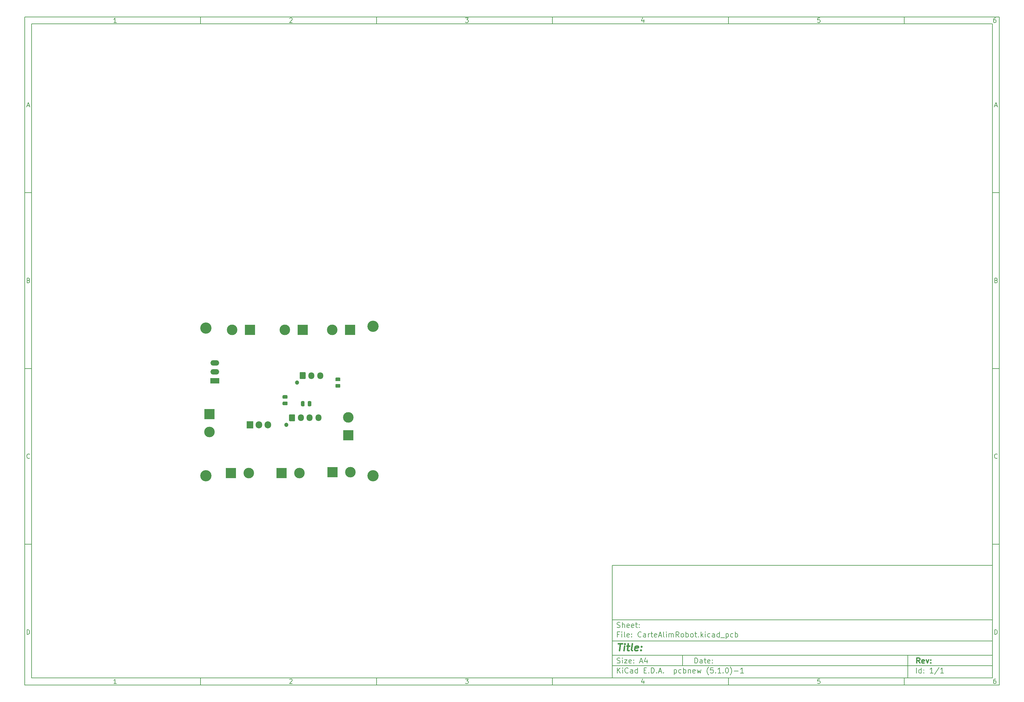
<source format=gts>
G04 #@! TF.GenerationSoftware,KiCad,Pcbnew,(5.1.0)-1*
G04 #@! TF.CreationDate,2021-10-29T22:54:01+02:00*
G04 #@! TF.ProjectId,CarteAlimRobot,43617274-6541-46c6-996d-526f626f742e,rev?*
G04 #@! TF.SameCoordinates,Original*
G04 #@! TF.FileFunction,Soldermask,Top*
G04 #@! TF.FilePolarity,Negative*
%FSLAX46Y46*%
G04 Gerber Fmt 4.6, Leading zero omitted, Abs format (unit mm)*
G04 Created by KiCad (PCBNEW (5.1.0)-1) date 2021-10-29 22:54:01*
%MOMM*%
%LPD*%
G04 APERTURE LIST*
%ADD10C,0.100000*%
%ADD11C,0.150000*%
%ADD12C,0.300000*%
%ADD13C,0.400000*%
%ADD14C,1.700000*%
%ADD15O,1.700000X1.950000*%
%ADD16C,1.200000*%
%ADD17C,3.200000*%
%ADD18R,2.500000X1.500000*%
%ADD19O,2.500000X1.500000*%
%ADD20R,3.000000X3.000000*%
%ADD21C,3.000000*%
%ADD22R,1.905000X2.000000*%
%ADD23O,1.905000X2.000000*%
%ADD24C,1.000000*%
%ADD25C,1.025000*%
G04 APERTURE END LIST*
D10*
D11*
X177002200Y-166007200D02*
X177002200Y-198007200D01*
X285002200Y-198007200D01*
X285002200Y-166007200D01*
X177002200Y-166007200D01*
D10*
D11*
X10000000Y-10000000D02*
X10000000Y-200007200D01*
X287002200Y-200007200D01*
X287002200Y-10000000D01*
X10000000Y-10000000D01*
D10*
D11*
X12000000Y-12000000D02*
X12000000Y-198007200D01*
X285002200Y-198007200D01*
X285002200Y-12000000D01*
X12000000Y-12000000D01*
D10*
D11*
X60000000Y-12000000D02*
X60000000Y-10000000D01*
D10*
D11*
X110000000Y-12000000D02*
X110000000Y-10000000D01*
D10*
D11*
X160000000Y-12000000D02*
X160000000Y-10000000D01*
D10*
D11*
X210000000Y-12000000D02*
X210000000Y-10000000D01*
D10*
D11*
X260000000Y-12000000D02*
X260000000Y-10000000D01*
D10*
D11*
X36065476Y-11588095D02*
X35322619Y-11588095D01*
X35694047Y-11588095D02*
X35694047Y-10288095D01*
X35570238Y-10473809D01*
X35446428Y-10597619D01*
X35322619Y-10659523D01*
D10*
D11*
X85322619Y-10411904D02*
X85384523Y-10350000D01*
X85508333Y-10288095D01*
X85817857Y-10288095D01*
X85941666Y-10350000D01*
X86003571Y-10411904D01*
X86065476Y-10535714D01*
X86065476Y-10659523D01*
X86003571Y-10845238D01*
X85260714Y-11588095D01*
X86065476Y-11588095D01*
D10*
D11*
X135260714Y-10288095D02*
X136065476Y-10288095D01*
X135632142Y-10783333D01*
X135817857Y-10783333D01*
X135941666Y-10845238D01*
X136003571Y-10907142D01*
X136065476Y-11030952D01*
X136065476Y-11340476D01*
X136003571Y-11464285D01*
X135941666Y-11526190D01*
X135817857Y-11588095D01*
X135446428Y-11588095D01*
X135322619Y-11526190D01*
X135260714Y-11464285D01*
D10*
D11*
X185941666Y-10721428D02*
X185941666Y-11588095D01*
X185632142Y-10226190D02*
X185322619Y-11154761D01*
X186127380Y-11154761D01*
D10*
D11*
X236003571Y-10288095D02*
X235384523Y-10288095D01*
X235322619Y-10907142D01*
X235384523Y-10845238D01*
X235508333Y-10783333D01*
X235817857Y-10783333D01*
X235941666Y-10845238D01*
X236003571Y-10907142D01*
X236065476Y-11030952D01*
X236065476Y-11340476D01*
X236003571Y-11464285D01*
X235941666Y-11526190D01*
X235817857Y-11588095D01*
X235508333Y-11588095D01*
X235384523Y-11526190D01*
X235322619Y-11464285D01*
D10*
D11*
X285941666Y-10288095D02*
X285694047Y-10288095D01*
X285570238Y-10350000D01*
X285508333Y-10411904D01*
X285384523Y-10597619D01*
X285322619Y-10845238D01*
X285322619Y-11340476D01*
X285384523Y-11464285D01*
X285446428Y-11526190D01*
X285570238Y-11588095D01*
X285817857Y-11588095D01*
X285941666Y-11526190D01*
X286003571Y-11464285D01*
X286065476Y-11340476D01*
X286065476Y-11030952D01*
X286003571Y-10907142D01*
X285941666Y-10845238D01*
X285817857Y-10783333D01*
X285570238Y-10783333D01*
X285446428Y-10845238D01*
X285384523Y-10907142D01*
X285322619Y-11030952D01*
D10*
D11*
X60000000Y-198007200D02*
X60000000Y-200007200D01*
D10*
D11*
X110000000Y-198007200D02*
X110000000Y-200007200D01*
D10*
D11*
X160000000Y-198007200D02*
X160000000Y-200007200D01*
D10*
D11*
X210000000Y-198007200D02*
X210000000Y-200007200D01*
D10*
D11*
X260000000Y-198007200D02*
X260000000Y-200007200D01*
D10*
D11*
X36065476Y-199595295D02*
X35322619Y-199595295D01*
X35694047Y-199595295D02*
X35694047Y-198295295D01*
X35570238Y-198481009D01*
X35446428Y-198604819D01*
X35322619Y-198666723D01*
D10*
D11*
X85322619Y-198419104D02*
X85384523Y-198357200D01*
X85508333Y-198295295D01*
X85817857Y-198295295D01*
X85941666Y-198357200D01*
X86003571Y-198419104D01*
X86065476Y-198542914D01*
X86065476Y-198666723D01*
X86003571Y-198852438D01*
X85260714Y-199595295D01*
X86065476Y-199595295D01*
D10*
D11*
X135260714Y-198295295D02*
X136065476Y-198295295D01*
X135632142Y-198790533D01*
X135817857Y-198790533D01*
X135941666Y-198852438D01*
X136003571Y-198914342D01*
X136065476Y-199038152D01*
X136065476Y-199347676D01*
X136003571Y-199471485D01*
X135941666Y-199533390D01*
X135817857Y-199595295D01*
X135446428Y-199595295D01*
X135322619Y-199533390D01*
X135260714Y-199471485D01*
D10*
D11*
X185941666Y-198728628D02*
X185941666Y-199595295D01*
X185632142Y-198233390D02*
X185322619Y-199161961D01*
X186127380Y-199161961D01*
D10*
D11*
X236003571Y-198295295D02*
X235384523Y-198295295D01*
X235322619Y-198914342D01*
X235384523Y-198852438D01*
X235508333Y-198790533D01*
X235817857Y-198790533D01*
X235941666Y-198852438D01*
X236003571Y-198914342D01*
X236065476Y-199038152D01*
X236065476Y-199347676D01*
X236003571Y-199471485D01*
X235941666Y-199533390D01*
X235817857Y-199595295D01*
X235508333Y-199595295D01*
X235384523Y-199533390D01*
X235322619Y-199471485D01*
D10*
D11*
X285941666Y-198295295D02*
X285694047Y-198295295D01*
X285570238Y-198357200D01*
X285508333Y-198419104D01*
X285384523Y-198604819D01*
X285322619Y-198852438D01*
X285322619Y-199347676D01*
X285384523Y-199471485D01*
X285446428Y-199533390D01*
X285570238Y-199595295D01*
X285817857Y-199595295D01*
X285941666Y-199533390D01*
X286003571Y-199471485D01*
X286065476Y-199347676D01*
X286065476Y-199038152D01*
X286003571Y-198914342D01*
X285941666Y-198852438D01*
X285817857Y-198790533D01*
X285570238Y-198790533D01*
X285446428Y-198852438D01*
X285384523Y-198914342D01*
X285322619Y-199038152D01*
D10*
D11*
X10000000Y-60000000D02*
X12000000Y-60000000D01*
D10*
D11*
X10000000Y-110000000D02*
X12000000Y-110000000D01*
D10*
D11*
X10000000Y-160000000D02*
X12000000Y-160000000D01*
D10*
D11*
X10690476Y-35216666D02*
X11309523Y-35216666D01*
X10566666Y-35588095D02*
X11000000Y-34288095D01*
X11433333Y-35588095D01*
D10*
D11*
X11092857Y-84907142D02*
X11278571Y-84969047D01*
X11340476Y-85030952D01*
X11402380Y-85154761D01*
X11402380Y-85340476D01*
X11340476Y-85464285D01*
X11278571Y-85526190D01*
X11154761Y-85588095D01*
X10659523Y-85588095D01*
X10659523Y-84288095D01*
X11092857Y-84288095D01*
X11216666Y-84350000D01*
X11278571Y-84411904D01*
X11340476Y-84535714D01*
X11340476Y-84659523D01*
X11278571Y-84783333D01*
X11216666Y-84845238D01*
X11092857Y-84907142D01*
X10659523Y-84907142D01*
D10*
D11*
X11402380Y-135464285D02*
X11340476Y-135526190D01*
X11154761Y-135588095D01*
X11030952Y-135588095D01*
X10845238Y-135526190D01*
X10721428Y-135402380D01*
X10659523Y-135278571D01*
X10597619Y-135030952D01*
X10597619Y-134845238D01*
X10659523Y-134597619D01*
X10721428Y-134473809D01*
X10845238Y-134350000D01*
X11030952Y-134288095D01*
X11154761Y-134288095D01*
X11340476Y-134350000D01*
X11402380Y-134411904D01*
D10*
D11*
X10659523Y-185588095D02*
X10659523Y-184288095D01*
X10969047Y-184288095D01*
X11154761Y-184350000D01*
X11278571Y-184473809D01*
X11340476Y-184597619D01*
X11402380Y-184845238D01*
X11402380Y-185030952D01*
X11340476Y-185278571D01*
X11278571Y-185402380D01*
X11154761Y-185526190D01*
X10969047Y-185588095D01*
X10659523Y-185588095D01*
D10*
D11*
X287002200Y-60000000D02*
X285002200Y-60000000D01*
D10*
D11*
X287002200Y-110000000D02*
X285002200Y-110000000D01*
D10*
D11*
X287002200Y-160000000D02*
X285002200Y-160000000D01*
D10*
D11*
X285692676Y-35216666D02*
X286311723Y-35216666D01*
X285568866Y-35588095D02*
X286002200Y-34288095D01*
X286435533Y-35588095D01*
D10*
D11*
X286095057Y-84907142D02*
X286280771Y-84969047D01*
X286342676Y-85030952D01*
X286404580Y-85154761D01*
X286404580Y-85340476D01*
X286342676Y-85464285D01*
X286280771Y-85526190D01*
X286156961Y-85588095D01*
X285661723Y-85588095D01*
X285661723Y-84288095D01*
X286095057Y-84288095D01*
X286218866Y-84350000D01*
X286280771Y-84411904D01*
X286342676Y-84535714D01*
X286342676Y-84659523D01*
X286280771Y-84783333D01*
X286218866Y-84845238D01*
X286095057Y-84907142D01*
X285661723Y-84907142D01*
D10*
D11*
X286404580Y-135464285D02*
X286342676Y-135526190D01*
X286156961Y-135588095D01*
X286033152Y-135588095D01*
X285847438Y-135526190D01*
X285723628Y-135402380D01*
X285661723Y-135278571D01*
X285599819Y-135030952D01*
X285599819Y-134845238D01*
X285661723Y-134597619D01*
X285723628Y-134473809D01*
X285847438Y-134350000D01*
X286033152Y-134288095D01*
X286156961Y-134288095D01*
X286342676Y-134350000D01*
X286404580Y-134411904D01*
D10*
D11*
X285661723Y-185588095D02*
X285661723Y-184288095D01*
X285971247Y-184288095D01*
X286156961Y-184350000D01*
X286280771Y-184473809D01*
X286342676Y-184597619D01*
X286404580Y-184845238D01*
X286404580Y-185030952D01*
X286342676Y-185278571D01*
X286280771Y-185402380D01*
X286156961Y-185526190D01*
X285971247Y-185588095D01*
X285661723Y-185588095D01*
D10*
D11*
X200434342Y-193785771D02*
X200434342Y-192285771D01*
X200791485Y-192285771D01*
X201005771Y-192357200D01*
X201148628Y-192500057D01*
X201220057Y-192642914D01*
X201291485Y-192928628D01*
X201291485Y-193142914D01*
X201220057Y-193428628D01*
X201148628Y-193571485D01*
X201005771Y-193714342D01*
X200791485Y-193785771D01*
X200434342Y-193785771D01*
X202577200Y-193785771D02*
X202577200Y-193000057D01*
X202505771Y-192857200D01*
X202362914Y-192785771D01*
X202077200Y-192785771D01*
X201934342Y-192857200D01*
X202577200Y-193714342D02*
X202434342Y-193785771D01*
X202077200Y-193785771D01*
X201934342Y-193714342D01*
X201862914Y-193571485D01*
X201862914Y-193428628D01*
X201934342Y-193285771D01*
X202077200Y-193214342D01*
X202434342Y-193214342D01*
X202577200Y-193142914D01*
X203077200Y-192785771D02*
X203648628Y-192785771D01*
X203291485Y-192285771D02*
X203291485Y-193571485D01*
X203362914Y-193714342D01*
X203505771Y-193785771D01*
X203648628Y-193785771D01*
X204720057Y-193714342D02*
X204577200Y-193785771D01*
X204291485Y-193785771D01*
X204148628Y-193714342D01*
X204077200Y-193571485D01*
X204077200Y-193000057D01*
X204148628Y-192857200D01*
X204291485Y-192785771D01*
X204577200Y-192785771D01*
X204720057Y-192857200D01*
X204791485Y-193000057D01*
X204791485Y-193142914D01*
X204077200Y-193285771D01*
X205434342Y-193642914D02*
X205505771Y-193714342D01*
X205434342Y-193785771D01*
X205362914Y-193714342D01*
X205434342Y-193642914D01*
X205434342Y-193785771D01*
X205434342Y-192857200D02*
X205505771Y-192928628D01*
X205434342Y-193000057D01*
X205362914Y-192928628D01*
X205434342Y-192857200D01*
X205434342Y-193000057D01*
D10*
D11*
X177002200Y-194507200D02*
X285002200Y-194507200D01*
D10*
D11*
X178434342Y-196585771D02*
X178434342Y-195085771D01*
X179291485Y-196585771D02*
X178648628Y-195728628D01*
X179291485Y-195085771D02*
X178434342Y-195942914D01*
X179934342Y-196585771D02*
X179934342Y-195585771D01*
X179934342Y-195085771D02*
X179862914Y-195157200D01*
X179934342Y-195228628D01*
X180005771Y-195157200D01*
X179934342Y-195085771D01*
X179934342Y-195228628D01*
X181505771Y-196442914D02*
X181434342Y-196514342D01*
X181220057Y-196585771D01*
X181077200Y-196585771D01*
X180862914Y-196514342D01*
X180720057Y-196371485D01*
X180648628Y-196228628D01*
X180577200Y-195942914D01*
X180577200Y-195728628D01*
X180648628Y-195442914D01*
X180720057Y-195300057D01*
X180862914Y-195157200D01*
X181077200Y-195085771D01*
X181220057Y-195085771D01*
X181434342Y-195157200D01*
X181505771Y-195228628D01*
X182791485Y-196585771D02*
X182791485Y-195800057D01*
X182720057Y-195657200D01*
X182577200Y-195585771D01*
X182291485Y-195585771D01*
X182148628Y-195657200D01*
X182791485Y-196514342D02*
X182648628Y-196585771D01*
X182291485Y-196585771D01*
X182148628Y-196514342D01*
X182077200Y-196371485D01*
X182077200Y-196228628D01*
X182148628Y-196085771D01*
X182291485Y-196014342D01*
X182648628Y-196014342D01*
X182791485Y-195942914D01*
X184148628Y-196585771D02*
X184148628Y-195085771D01*
X184148628Y-196514342D02*
X184005771Y-196585771D01*
X183720057Y-196585771D01*
X183577200Y-196514342D01*
X183505771Y-196442914D01*
X183434342Y-196300057D01*
X183434342Y-195871485D01*
X183505771Y-195728628D01*
X183577200Y-195657200D01*
X183720057Y-195585771D01*
X184005771Y-195585771D01*
X184148628Y-195657200D01*
X186005771Y-195800057D02*
X186505771Y-195800057D01*
X186720057Y-196585771D02*
X186005771Y-196585771D01*
X186005771Y-195085771D01*
X186720057Y-195085771D01*
X187362914Y-196442914D02*
X187434342Y-196514342D01*
X187362914Y-196585771D01*
X187291485Y-196514342D01*
X187362914Y-196442914D01*
X187362914Y-196585771D01*
X188077200Y-196585771D02*
X188077200Y-195085771D01*
X188434342Y-195085771D01*
X188648628Y-195157200D01*
X188791485Y-195300057D01*
X188862914Y-195442914D01*
X188934342Y-195728628D01*
X188934342Y-195942914D01*
X188862914Y-196228628D01*
X188791485Y-196371485D01*
X188648628Y-196514342D01*
X188434342Y-196585771D01*
X188077200Y-196585771D01*
X189577200Y-196442914D02*
X189648628Y-196514342D01*
X189577200Y-196585771D01*
X189505771Y-196514342D01*
X189577200Y-196442914D01*
X189577200Y-196585771D01*
X190220057Y-196157200D02*
X190934342Y-196157200D01*
X190077200Y-196585771D02*
X190577200Y-195085771D01*
X191077200Y-196585771D01*
X191577200Y-196442914D02*
X191648628Y-196514342D01*
X191577200Y-196585771D01*
X191505771Y-196514342D01*
X191577200Y-196442914D01*
X191577200Y-196585771D01*
X194577200Y-195585771D02*
X194577200Y-197085771D01*
X194577200Y-195657200D02*
X194720057Y-195585771D01*
X195005771Y-195585771D01*
X195148628Y-195657200D01*
X195220057Y-195728628D01*
X195291485Y-195871485D01*
X195291485Y-196300057D01*
X195220057Y-196442914D01*
X195148628Y-196514342D01*
X195005771Y-196585771D01*
X194720057Y-196585771D01*
X194577200Y-196514342D01*
X196577200Y-196514342D02*
X196434342Y-196585771D01*
X196148628Y-196585771D01*
X196005771Y-196514342D01*
X195934342Y-196442914D01*
X195862914Y-196300057D01*
X195862914Y-195871485D01*
X195934342Y-195728628D01*
X196005771Y-195657200D01*
X196148628Y-195585771D01*
X196434342Y-195585771D01*
X196577200Y-195657200D01*
X197220057Y-196585771D02*
X197220057Y-195085771D01*
X197220057Y-195657200D02*
X197362914Y-195585771D01*
X197648628Y-195585771D01*
X197791485Y-195657200D01*
X197862914Y-195728628D01*
X197934342Y-195871485D01*
X197934342Y-196300057D01*
X197862914Y-196442914D01*
X197791485Y-196514342D01*
X197648628Y-196585771D01*
X197362914Y-196585771D01*
X197220057Y-196514342D01*
X198577200Y-195585771D02*
X198577200Y-196585771D01*
X198577200Y-195728628D02*
X198648628Y-195657200D01*
X198791485Y-195585771D01*
X199005771Y-195585771D01*
X199148628Y-195657200D01*
X199220057Y-195800057D01*
X199220057Y-196585771D01*
X200505771Y-196514342D02*
X200362914Y-196585771D01*
X200077200Y-196585771D01*
X199934342Y-196514342D01*
X199862914Y-196371485D01*
X199862914Y-195800057D01*
X199934342Y-195657200D01*
X200077200Y-195585771D01*
X200362914Y-195585771D01*
X200505771Y-195657200D01*
X200577200Y-195800057D01*
X200577200Y-195942914D01*
X199862914Y-196085771D01*
X201077200Y-195585771D02*
X201362914Y-196585771D01*
X201648628Y-195871485D01*
X201934342Y-196585771D01*
X202220057Y-195585771D01*
X204362914Y-197157200D02*
X204291485Y-197085771D01*
X204148628Y-196871485D01*
X204077200Y-196728628D01*
X204005771Y-196514342D01*
X203934342Y-196157200D01*
X203934342Y-195871485D01*
X204005771Y-195514342D01*
X204077200Y-195300057D01*
X204148628Y-195157200D01*
X204291485Y-194942914D01*
X204362914Y-194871485D01*
X205648628Y-195085771D02*
X204934342Y-195085771D01*
X204862914Y-195800057D01*
X204934342Y-195728628D01*
X205077200Y-195657200D01*
X205434342Y-195657200D01*
X205577200Y-195728628D01*
X205648628Y-195800057D01*
X205720057Y-195942914D01*
X205720057Y-196300057D01*
X205648628Y-196442914D01*
X205577200Y-196514342D01*
X205434342Y-196585771D01*
X205077200Y-196585771D01*
X204934342Y-196514342D01*
X204862914Y-196442914D01*
X206362914Y-196442914D02*
X206434342Y-196514342D01*
X206362914Y-196585771D01*
X206291485Y-196514342D01*
X206362914Y-196442914D01*
X206362914Y-196585771D01*
X207862914Y-196585771D02*
X207005771Y-196585771D01*
X207434342Y-196585771D02*
X207434342Y-195085771D01*
X207291485Y-195300057D01*
X207148628Y-195442914D01*
X207005771Y-195514342D01*
X208505771Y-196442914D02*
X208577200Y-196514342D01*
X208505771Y-196585771D01*
X208434342Y-196514342D01*
X208505771Y-196442914D01*
X208505771Y-196585771D01*
X209505771Y-195085771D02*
X209648628Y-195085771D01*
X209791485Y-195157200D01*
X209862914Y-195228628D01*
X209934342Y-195371485D01*
X210005771Y-195657200D01*
X210005771Y-196014342D01*
X209934342Y-196300057D01*
X209862914Y-196442914D01*
X209791485Y-196514342D01*
X209648628Y-196585771D01*
X209505771Y-196585771D01*
X209362914Y-196514342D01*
X209291485Y-196442914D01*
X209220057Y-196300057D01*
X209148628Y-196014342D01*
X209148628Y-195657200D01*
X209220057Y-195371485D01*
X209291485Y-195228628D01*
X209362914Y-195157200D01*
X209505771Y-195085771D01*
X210505771Y-197157200D02*
X210577200Y-197085771D01*
X210720057Y-196871485D01*
X210791485Y-196728628D01*
X210862914Y-196514342D01*
X210934342Y-196157200D01*
X210934342Y-195871485D01*
X210862914Y-195514342D01*
X210791485Y-195300057D01*
X210720057Y-195157200D01*
X210577200Y-194942914D01*
X210505771Y-194871485D01*
X211648628Y-196014342D02*
X212791485Y-196014342D01*
X214291485Y-196585771D02*
X213434342Y-196585771D01*
X213862914Y-196585771D02*
X213862914Y-195085771D01*
X213720057Y-195300057D01*
X213577200Y-195442914D01*
X213434342Y-195514342D01*
D10*
D11*
X177002200Y-191507200D02*
X285002200Y-191507200D01*
D10*
D12*
X264411485Y-193785771D02*
X263911485Y-193071485D01*
X263554342Y-193785771D02*
X263554342Y-192285771D01*
X264125771Y-192285771D01*
X264268628Y-192357200D01*
X264340057Y-192428628D01*
X264411485Y-192571485D01*
X264411485Y-192785771D01*
X264340057Y-192928628D01*
X264268628Y-193000057D01*
X264125771Y-193071485D01*
X263554342Y-193071485D01*
X265625771Y-193714342D02*
X265482914Y-193785771D01*
X265197200Y-193785771D01*
X265054342Y-193714342D01*
X264982914Y-193571485D01*
X264982914Y-193000057D01*
X265054342Y-192857200D01*
X265197200Y-192785771D01*
X265482914Y-192785771D01*
X265625771Y-192857200D01*
X265697200Y-193000057D01*
X265697200Y-193142914D01*
X264982914Y-193285771D01*
X266197200Y-192785771D02*
X266554342Y-193785771D01*
X266911485Y-192785771D01*
X267482914Y-193642914D02*
X267554342Y-193714342D01*
X267482914Y-193785771D01*
X267411485Y-193714342D01*
X267482914Y-193642914D01*
X267482914Y-193785771D01*
X267482914Y-192857200D02*
X267554342Y-192928628D01*
X267482914Y-193000057D01*
X267411485Y-192928628D01*
X267482914Y-192857200D01*
X267482914Y-193000057D01*
D10*
D11*
X178362914Y-193714342D02*
X178577200Y-193785771D01*
X178934342Y-193785771D01*
X179077200Y-193714342D01*
X179148628Y-193642914D01*
X179220057Y-193500057D01*
X179220057Y-193357200D01*
X179148628Y-193214342D01*
X179077200Y-193142914D01*
X178934342Y-193071485D01*
X178648628Y-193000057D01*
X178505771Y-192928628D01*
X178434342Y-192857200D01*
X178362914Y-192714342D01*
X178362914Y-192571485D01*
X178434342Y-192428628D01*
X178505771Y-192357200D01*
X178648628Y-192285771D01*
X179005771Y-192285771D01*
X179220057Y-192357200D01*
X179862914Y-193785771D02*
X179862914Y-192785771D01*
X179862914Y-192285771D02*
X179791485Y-192357200D01*
X179862914Y-192428628D01*
X179934342Y-192357200D01*
X179862914Y-192285771D01*
X179862914Y-192428628D01*
X180434342Y-192785771D02*
X181220057Y-192785771D01*
X180434342Y-193785771D01*
X181220057Y-193785771D01*
X182362914Y-193714342D02*
X182220057Y-193785771D01*
X181934342Y-193785771D01*
X181791485Y-193714342D01*
X181720057Y-193571485D01*
X181720057Y-193000057D01*
X181791485Y-192857200D01*
X181934342Y-192785771D01*
X182220057Y-192785771D01*
X182362914Y-192857200D01*
X182434342Y-193000057D01*
X182434342Y-193142914D01*
X181720057Y-193285771D01*
X183077200Y-193642914D02*
X183148628Y-193714342D01*
X183077200Y-193785771D01*
X183005771Y-193714342D01*
X183077200Y-193642914D01*
X183077200Y-193785771D01*
X183077200Y-192857200D02*
X183148628Y-192928628D01*
X183077200Y-193000057D01*
X183005771Y-192928628D01*
X183077200Y-192857200D01*
X183077200Y-193000057D01*
X184862914Y-193357200D02*
X185577200Y-193357200D01*
X184720057Y-193785771D02*
X185220057Y-192285771D01*
X185720057Y-193785771D01*
X186862914Y-192785771D02*
X186862914Y-193785771D01*
X186505771Y-192214342D02*
X186148628Y-193285771D01*
X187077200Y-193285771D01*
D10*
D11*
X263434342Y-196585771D02*
X263434342Y-195085771D01*
X264791485Y-196585771D02*
X264791485Y-195085771D01*
X264791485Y-196514342D02*
X264648628Y-196585771D01*
X264362914Y-196585771D01*
X264220057Y-196514342D01*
X264148628Y-196442914D01*
X264077200Y-196300057D01*
X264077200Y-195871485D01*
X264148628Y-195728628D01*
X264220057Y-195657200D01*
X264362914Y-195585771D01*
X264648628Y-195585771D01*
X264791485Y-195657200D01*
X265505771Y-196442914D02*
X265577200Y-196514342D01*
X265505771Y-196585771D01*
X265434342Y-196514342D01*
X265505771Y-196442914D01*
X265505771Y-196585771D01*
X265505771Y-195657200D02*
X265577200Y-195728628D01*
X265505771Y-195800057D01*
X265434342Y-195728628D01*
X265505771Y-195657200D01*
X265505771Y-195800057D01*
X268148628Y-196585771D02*
X267291485Y-196585771D01*
X267720057Y-196585771D02*
X267720057Y-195085771D01*
X267577200Y-195300057D01*
X267434342Y-195442914D01*
X267291485Y-195514342D01*
X269862914Y-195014342D02*
X268577200Y-196942914D01*
X271148628Y-196585771D02*
X270291485Y-196585771D01*
X270720057Y-196585771D02*
X270720057Y-195085771D01*
X270577200Y-195300057D01*
X270434342Y-195442914D01*
X270291485Y-195514342D01*
D10*
D11*
X177002200Y-187507200D02*
X285002200Y-187507200D01*
D10*
D13*
X178714580Y-188211961D02*
X179857438Y-188211961D01*
X179036009Y-190211961D02*
X179286009Y-188211961D01*
X180274104Y-190211961D02*
X180440771Y-188878628D01*
X180524104Y-188211961D02*
X180416961Y-188307200D01*
X180500295Y-188402438D01*
X180607438Y-188307200D01*
X180524104Y-188211961D01*
X180500295Y-188402438D01*
X181107438Y-188878628D02*
X181869342Y-188878628D01*
X181476485Y-188211961D02*
X181262200Y-189926247D01*
X181333628Y-190116723D01*
X181512200Y-190211961D01*
X181702676Y-190211961D01*
X182655057Y-190211961D02*
X182476485Y-190116723D01*
X182405057Y-189926247D01*
X182619342Y-188211961D01*
X184190771Y-190116723D02*
X183988390Y-190211961D01*
X183607438Y-190211961D01*
X183428866Y-190116723D01*
X183357438Y-189926247D01*
X183452676Y-189164342D01*
X183571723Y-188973866D01*
X183774104Y-188878628D01*
X184155057Y-188878628D01*
X184333628Y-188973866D01*
X184405057Y-189164342D01*
X184381247Y-189354819D01*
X183405057Y-189545295D01*
X185155057Y-190021485D02*
X185238390Y-190116723D01*
X185131247Y-190211961D01*
X185047914Y-190116723D01*
X185155057Y-190021485D01*
X185131247Y-190211961D01*
X185286009Y-188973866D02*
X185369342Y-189069104D01*
X185262200Y-189164342D01*
X185178866Y-189069104D01*
X185286009Y-188973866D01*
X185262200Y-189164342D01*
D10*
D11*
X178934342Y-185600057D02*
X178434342Y-185600057D01*
X178434342Y-186385771D02*
X178434342Y-184885771D01*
X179148628Y-184885771D01*
X179720057Y-186385771D02*
X179720057Y-185385771D01*
X179720057Y-184885771D02*
X179648628Y-184957200D01*
X179720057Y-185028628D01*
X179791485Y-184957200D01*
X179720057Y-184885771D01*
X179720057Y-185028628D01*
X180648628Y-186385771D02*
X180505771Y-186314342D01*
X180434342Y-186171485D01*
X180434342Y-184885771D01*
X181791485Y-186314342D02*
X181648628Y-186385771D01*
X181362914Y-186385771D01*
X181220057Y-186314342D01*
X181148628Y-186171485D01*
X181148628Y-185600057D01*
X181220057Y-185457200D01*
X181362914Y-185385771D01*
X181648628Y-185385771D01*
X181791485Y-185457200D01*
X181862914Y-185600057D01*
X181862914Y-185742914D01*
X181148628Y-185885771D01*
X182505771Y-186242914D02*
X182577200Y-186314342D01*
X182505771Y-186385771D01*
X182434342Y-186314342D01*
X182505771Y-186242914D01*
X182505771Y-186385771D01*
X182505771Y-185457200D02*
X182577200Y-185528628D01*
X182505771Y-185600057D01*
X182434342Y-185528628D01*
X182505771Y-185457200D01*
X182505771Y-185600057D01*
X185220057Y-186242914D02*
X185148628Y-186314342D01*
X184934342Y-186385771D01*
X184791485Y-186385771D01*
X184577200Y-186314342D01*
X184434342Y-186171485D01*
X184362914Y-186028628D01*
X184291485Y-185742914D01*
X184291485Y-185528628D01*
X184362914Y-185242914D01*
X184434342Y-185100057D01*
X184577200Y-184957200D01*
X184791485Y-184885771D01*
X184934342Y-184885771D01*
X185148628Y-184957200D01*
X185220057Y-185028628D01*
X186505771Y-186385771D02*
X186505771Y-185600057D01*
X186434342Y-185457200D01*
X186291485Y-185385771D01*
X186005771Y-185385771D01*
X185862914Y-185457200D01*
X186505771Y-186314342D02*
X186362914Y-186385771D01*
X186005771Y-186385771D01*
X185862914Y-186314342D01*
X185791485Y-186171485D01*
X185791485Y-186028628D01*
X185862914Y-185885771D01*
X186005771Y-185814342D01*
X186362914Y-185814342D01*
X186505771Y-185742914D01*
X187220057Y-186385771D02*
X187220057Y-185385771D01*
X187220057Y-185671485D02*
X187291485Y-185528628D01*
X187362914Y-185457200D01*
X187505771Y-185385771D01*
X187648628Y-185385771D01*
X187934342Y-185385771D02*
X188505771Y-185385771D01*
X188148628Y-184885771D02*
X188148628Y-186171485D01*
X188220057Y-186314342D01*
X188362914Y-186385771D01*
X188505771Y-186385771D01*
X189577200Y-186314342D02*
X189434342Y-186385771D01*
X189148628Y-186385771D01*
X189005771Y-186314342D01*
X188934342Y-186171485D01*
X188934342Y-185600057D01*
X189005771Y-185457200D01*
X189148628Y-185385771D01*
X189434342Y-185385771D01*
X189577200Y-185457200D01*
X189648628Y-185600057D01*
X189648628Y-185742914D01*
X188934342Y-185885771D01*
X190220057Y-185957200D02*
X190934342Y-185957200D01*
X190077200Y-186385771D02*
X190577200Y-184885771D01*
X191077200Y-186385771D01*
X191791485Y-186385771D02*
X191648628Y-186314342D01*
X191577200Y-186171485D01*
X191577200Y-184885771D01*
X192362914Y-186385771D02*
X192362914Y-185385771D01*
X192362914Y-184885771D02*
X192291485Y-184957200D01*
X192362914Y-185028628D01*
X192434342Y-184957200D01*
X192362914Y-184885771D01*
X192362914Y-185028628D01*
X193077200Y-186385771D02*
X193077200Y-185385771D01*
X193077200Y-185528628D02*
X193148628Y-185457200D01*
X193291485Y-185385771D01*
X193505771Y-185385771D01*
X193648628Y-185457200D01*
X193720057Y-185600057D01*
X193720057Y-186385771D01*
X193720057Y-185600057D02*
X193791485Y-185457200D01*
X193934342Y-185385771D01*
X194148628Y-185385771D01*
X194291485Y-185457200D01*
X194362914Y-185600057D01*
X194362914Y-186385771D01*
X195934342Y-186385771D02*
X195434342Y-185671485D01*
X195077200Y-186385771D02*
X195077200Y-184885771D01*
X195648628Y-184885771D01*
X195791485Y-184957200D01*
X195862914Y-185028628D01*
X195934342Y-185171485D01*
X195934342Y-185385771D01*
X195862914Y-185528628D01*
X195791485Y-185600057D01*
X195648628Y-185671485D01*
X195077200Y-185671485D01*
X196791485Y-186385771D02*
X196648628Y-186314342D01*
X196577200Y-186242914D01*
X196505771Y-186100057D01*
X196505771Y-185671485D01*
X196577200Y-185528628D01*
X196648628Y-185457200D01*
X196791485Y-185385771D01*
X197005771Y-185385771D01*
X197148628Y-185457200D01*
X197220057Y-185528628D01*
X197291485Y-185671485D01*
X197291485Y-186100057D01*
X197220057Y-186242914D01*
X197148628Y-186314342D01*
X197005771Y-186385771D01*
X196791485Y-186385771D01*
X197934342Y-186385771D02*
X197934342Y-184885771D01*
X197934342Y-185457200D02*
X198077200Y-185385771D01*
X198362914Y-185385771D01*
X198505771Y-185457200D01*
X198577200Y-185528628D01*
X198648628Y-185671485D01*
X198648628Y-186100057D01*
X198577200Y-186242914D01*
X198505771Y-186314342D01*
X198362914Y-186385771D01*
X198077200Y-186385771D01*
X197934342Y-186314342D01*
X199505771Y-186385771D02*
X199362914Y-186314342D01*
X199291485Y-186242914D01*
X199220057Y-186100057D01*
X199220057Y-185671485D01*
X199291485Y-185528628D01*
X199362914Y-185457200D01*
X199505771Y-185385771D01*
X199720057Y-185385771D01*
X199862914Y-185457200D01*
X199934342Y-185528628D01*
X200005771Y-185671485D01*
X200005771Y-186100057D01*
X199934342Y-186242914D01*
X199862914Y-186314342D01*
X199720057Y-186385771D01*
X199505771Y-186385771D01*
X200434342Y-185385771D02*
X201005771Y-185385771D01*
X200648628Y-184885771D02*
X200648628Y-186171485D01*
X200720057Y-186314342D01*
X200862914Y-186385771D01*
X201005771Y-186385771D01*
X201505771Y-186242914D02*
X201577200Y-186314342D01*
X201505771Y-186385771D01*
X201434342Y-186314342D01*
X201505771Y-186242914D01*
X201505771Y-186385771D01*
X202220057Y-186385771D02*
X202220057Y-184885771D01*
X202362914Y-185814342D02*
X202791485Y-186385771D01*
X202791485Y-185385771D02*
X202220057Y-185957200D01*
X203434342Y-186385771D02*
X203434342Y-185385771D01*
X203434342Y-184885771D02*
X203362914Y-184957200D01*
X203434342Y-185028628D01*
X203505771Y-184957200D01*
X203434342Y-184885771D01*
X203434342Y-185028628D01*
X204791485Y-186314342D02*
X204648628Y-186385771D01*
X204362914Y-186385771D01*
X204220057Y-186314342D01*
X204148628Y-186242914D01*
X204077200Y-186100057D01*
X204077200Y-185671485D01*
X204148628Y-185528628D01*
X204220057Y-185457200D01*
X204362914Y-185385771D01*
X204648628Y-185385771D01*
X204791485Y-185457200D01*
X206077200Y-186385771D02*
X206077200Y-185600057D01*
X206005771Y-185457200D01*
X205862914Y-185385771D01*
X205577200Y-185385771D01*
X205434342Y-185457200D01*
X206077200Y-186314342D02*
X205934342Y-186385771D01*
X205577200Y-186385771D01*
X205434342Y-186314342D01*
X205362914Y-186171485D01*
X205362914Y-186028628D01*
X205434342Y-185885771D01*
X205577200Y-185814342D01*
X205934342Y-185814342D01*
X206077200Y-185742914D01*
X207434342Y-186385771D02*
X207434342Y-184885771D01*
X207434342Y-186314342D02*
X207291485Y-186385771D01*
X207005771Y-186385771D01*
X206862914Y-186314342D01*
X206791485Y-186242914D01*
X206720057Y-186100057D01*
X206720057Y-185671485D01*
X206791485Y-185528628D01*
X206862914Y-185457200D01*
X207005771Y-185385771D01*
X207291485Y-185385771D01*
X207434342Y-185457200D01*
X207791485Y-186528628D02*
X208934342Y-186528628D01*
X209291485Y-185385771D02*
X209291485Y-186885771D01*
X209291485Y-185457200D02*
X209434342Y-185385771D01*
X209720057Y-185385771D01*
X209862914Y-185457200D01*
X209934342Y-185528628D01*
X210005771Y-185671485D01*
X210005771Y-186100057D01*
X209934342Y-186242914D01*
X209862914Y-186314342D01*
X209720057Y-186385771D01*
X209434342Y-186385771D01*
X209291485Y-186314342D01*
X211291485Y-186314342D02*
X211148628Y-186385771D01*
X210862914Y-186385771D01*
X210720057Y-186314342D01*
X210648628Y-186242914D01*
X210577200Y-186100057D01*
X210577200Y-185671485D01*
X210648628Y-185528628D01*
X210720057Y-185457200D01*
X210862914Y-185385771D01*
X211148628Y-185385771D01*
X211291485Y-185457200D01*
X211934342Y-186385771D02*
X211934342Y-184885771D01*
X211934342Y-185457200D02*
X212077200Y-185385771D01*
X212362914Y-185385771D01*
X212505771Y-185457200D01*
X212577200Y-185528628D01*
X212648628Y-185671485D01*
X212648628Y-186100057D01*
X212577200Y-186242914D01*
X212505771Y-186314342D01*
X212362914Y-186385771D01*
X212077200Y-186385771D01*
X211934342Y-186314342D01*
D10*
D11*
X177002200Y-181507200D02*
X285002200Y-181507200D01*
D10*
D11*
X178362914Y-183614342D02*
X178577200Y-183685771D01*
X178934342Y-183685771D01*
X179077200Y-183614342D01*
X179148628Y-183542914D01*
X179220057Y-183400057D01*
X179220057Y-183257200D01*
X179148628Y-183114342D01*
X179077200Y-183042914D01*
X178934342Y-182971485D01*
X178648628Y-182900057D01*
X178505771Y-182828628D01*
X178434342Y-182757200D01*
X178362914Y-182614342D01*
X178362914Y-182471485D01*
X178434342Y-182328628D01*
X178505771Y-182257200D01*
X178648628Y-182185771D01*
X179005771Y-182185771D01*
X179220057Y-182257200D01*
X179862914Y-183685771D02*
X179862914Y-182185771D01*
X180505771Y-183685771D02*
X180505771Y-182900057D01*
X180434342Y-182757200D01*
X180291485Y-182685771D01*
X180077200Y-182685771D01*
X179934342Y-182757200D01*
X179862914Y-182828628D01*
X181791485Y-183614342D02*
X181648628Y-183685771D01*
X181362914Y-183685771D01*
X181220057Y-183614342D01*
X181148628Y-183471485D01*
X181148628Y-182900057D01*
X181220057Y-182757200D01*
X181362914Y-182685771D01*
X181648628Y-182685771D01*
X181791485Y-182757200D01*
X181862914Y-182900057D01*
X181862914Y-183042914D01*
X181148628Y-183185771D01*
X183077200Y-183614342D02*
X182934342Y-183685771D01*
X182648628Y-183685771D01*
X182505771Y-183614342D01*
X182434342Y-183471485D01*
X182434342Y-182900057D01*
X182505771Y-182757200D01*
X182648628Y-182685771D01*
X182934342Y-182685771D01*
X183077200Y-182757200D01*
X183148628Y-182900057D01*
X183148628Y-183042914D01*
X182434342Y-183185771D01*
X183577200Y-182685771D02*
X184148628Y-182685771D01*
X183791485Y-182185771D02*
X183791485Y-183471485D01*
X183862914Y-183614342D01*
X184005771Y-183685771D01*
X184148628Y-183685771D01*
X184648628Y-183542914D02*
X184720057Y-183614342D01*
X184648628Y-183685771D01*
X184577200Y-183614342D01*
X184648628Y-183542914D01*
X184648628Y-183685771D01*
X184648628Y-182757200D02*
X184720057Y-182828628D01*
X184648628Y-182900057D01*
X184577200Y-182828628D01*
X184648628Y-182757200D01*
X184648628Y-182900057D01*
D10*
D11*
X197002200Y-191507200D02*
X197002200Y-194507200D01*
D10*
D11*
X261002200Y-191507200D02*
X261002200Y-198007200D01*
D10*
G36*
X86624504Y-123026204D02*
G01*
X86648773Y-123029804D01*
X86672571Y-123035765D01*
X86695671Y-123044030D01*
X86717849Y-123054520D01*
X86738893Y-123067133D01*
X86758598Y-123081747D01*
X86776777Y-123098223D01*
X86793253Y-123116402D01*
X86807867Y-123136107D01*
X86820480Y-123157151D01*
X86830970Y-123179329D01*
X86839235Y-123202429D01*
X86845196Y-123226227D01*
X86848796Y-123250496D01*
X86850000Y-123275000D01*
X86850000Y-124725000D01*
X86848796Y-124749504D01*
X86845196Y-124773773D01*
X86839235Y-124797571D01*
X86830970Y-124820671D01*
X86820480Y-124842849D01*
X86807867Y-124863893D01*
X86793253Y-124883598D01*
X86776777Y-124901777D01*
X86758598Y-124918253D01*
X86738893Y-124932867D01*
X86717849Y-124945480D01*
X86695671Y-124955970D01*
X86672571Y-124964235D01*
X86648773Y-124970196D01*
X86624504Y-124973796D01*
X86600000Y-124975000D01*
X85400000Y-124975000D01*
X85375496Y-124973796D01*
X85351227Y-124970196D01*
X85327429Y-124964235D01*
X85304329Y-124955970D01*
X85282151Y-124945480D01*
X85261107Y-124932867D01*
X85241402Y-124918253D01*
X85223223Y-124901777D01*
X85206747Y-124883598D01*
X85192133Y-124863893D01*
X85179520Y-124842849D01*
X85169030Y-124820671D01*
X85160765Y-124797571D01*
X85154804Y-124773773D01*
X85151204Y-124749504D01*
X85150000Y-124725000D01*
X85150000Y-123275000D01*
X85151204Y-123250496D01*
X85154804Y-123226227D01*
X85160765Y-123202429D01*
X85169030Y-123179329D01*
X85179520Y-123157151D01*
X85192133Y-123136107D01*
X85206747Y-123116402D01*
X85223223Y-123098223D01*
X85241402Y-123081747D01*
X85261107Y-123067133D01*
X85282151Y-123054520D01*
X85304329Y-123044030D01*
X85327429Y-123035765D01*
X85351227Y-123029804D01*
X85375496Y-123026204D01*
X85400000Y-123025000D01*
X86600000Y-123025000D01*
X86624504Y-123026204D01*
X86624504Y-123026204D01*
G37*
D14*
X86000000Y-124000000D03*
D15*
X88500000Y-124000000D03*
X91000000Y-124000000D03*
X93500000Y-124000000D03*
D16*
X84400000Y-126000000D03*
D17*
X61500000Y-98500000D03*
D18*
X64000000Y-113500000D03*
D19*
X64000000Y-110960000D03*
X64000000Y-108420000D03*
D20*
X89000000Y-99000000D03*
D21*
X83920000Y-99000000D03*
D22*
X74000000Y-126000000D03*
D23*
X76540000Y-126000000D03*
X79080000Y-126000000D03*
D17*
X61500000Y-140500000D03*
D10*
G36*
X89624504Y-111026204D02*
G01*
X89648773Y-111029804D01*
X89672571Y-111035765D01*
X89695671Y-111044030D01*
X89717849Y-111054520D01*
X89738893Y-111067133D01*
X89758598Y-111081747D01*
X89776777Y-111098223D01*
X89793253Y-111116402D01*
X89807867Y-111136107D01*
X89820480Y-111157151D01*
X89830970Y-111179329D01*
X89839235Y-111202429D01*
X89845196Y-111226227D01*
X89848796Y-111250496D01*
X89850000Y-111275000D01*
X89850000Y-112725000D01*
X89848796Y-112749504D01*
X89845196Y-112773773D01*
X89839235Y-112797571D01*
X89830970Y-112820671D01*
X89820480Y-112842849D01*
X89807867Y-112863893D01*
X89793253Y-112883598D01*
X89776777Y-112901777D01*
X89758598Y-112918253D01*
X89738893Y-112932867D01*
X89717849Y-112945480D01*
X89695671Y-112955970D01*
X89672571Y-112964235D01*
X89648773Y-112970196D01*
X89624504Y-112973796D01*
X89600000Y-112975000D01*
X88400000Y-112975000D01*
X88375496Y-112973796D01*
X88351227Y-112970196D01*
X88327429Y-112964235D01*
X88304329Y-112955970D01*
X88282151Y-112945480D01*
X88261107Y-112932867D01*
X88241402Y-112918253D01*
X88223223Y-112901777D01*
X88206747Y-112883598D01*
X88192133Y-112863893D01*
X88179520Y-112842849D01*
X88169030Y-112820671D01*
X88160765Y-112797571D01*
X88154804Y-112773773D01*
X88151204Y-112749504D01*
X88150000Y-112725000D01*
X88150000Y-111275000D01*
X88151204Y-111250496D01*
X88154804Y-111226227D01*
X88160765Y-111202429D01*
X88169030Y-111179329D01*
X88179520Y-111157151D01*
X88192133Y-111136107D01*
X88206747Y-111116402D01*
X88223223Y-111098223D01*
X88241402Y-111081747D01*
X88261107Y-111067133D01*
X88282151Y-111054520D01*
X88304329Y-111044030D01*
X88327429Y-111035765D01*
X88351227Y-111029804D01*
X88375496Y-111026204D01*
X88400000Y-111025000D01*
X89600000Y-111025000D01*
X89624504Y-111026204D01*
X89624504Y-111026204D01*
G37*
D14*
X89000000Y-112000000D03*
D15*
X91500000Y-112000000D03*
X94000000Y-112000000D03*
D16*
X87400000Y-114000000D03*
D17*
X109000000Y-98000000D03*
X109000000Y-140500000D03*
D10*
G36*
X91224504Y-119276204D02*
G01*
X91248773Y-119279804D01*
X91272571Y-119285765D01*
X91295671Y-119294030D01*
X91317849Y-119304520D01*
X91338893Y-119317133D01*
X91358598Y-119331747D01*
X91376777Y-119348223D01*
X91393253Y-119366402D01*
X91407867Y-119386107D01*
X91420480Y-119407151D01*
X91430970Y-119429329D01*
X91439235Y-119452429D01*
X91445196Y-119476227D01*
X91448796Y-119500496D01*
X91450000Y-119525000D01*
X91450000Y-120475000D01*
X91448796Y-120499504D01*
X91445196Y-120523773D01*
X91439235Y-120547571D01*
X91430970Y-120570671D01*
X91420480Y-120592849D01*
X91407867Y-120613893D01*
X91393253Y-120633598D01*
X91376777Y-120651777D01*
X91358598Y-120668253D01*
X91338893Y-120682867D01*
X91317849Y-120695480D01*
X91295671Y-120705970D01*
X91272571Y-120714235D01*
X91248773Y-120720196D01*
X91224504Y-120723796D01*
X91200000Y-120725000D01*
X90700000Y-120725000D01*
X90675496Y-120723796D01*
X90651227Y-120720196D01*
X90627429Y-120714235D01*
X90604329Y-120705970D01*
X90582151Y-120695480D01*
X90561107Y-120682867D01*
X90541402Y-120668253D01*
X90523223Y-120651777D01*
X90506747Y-120633598D01*
X90492133Y-120613893D01*
X90479520Y-120592849D01*
X90469030Y-120570671D01*
X90460765Y-120547571D01*
X90454804Y-120523773D01*
X90451204Y-120499504D01*
X90450000Y-120475000D01*
X90450000Y-119525000D01*
X90451204Y-119500496D01*
X90454804Y-119476227D01*
X90460765Y-119452429D01*
X90469030Y-119429329D01*
X90479520Y-119407151D01*
X90492133Y-119386107D01*
X90506747Y-119366402D01*
X90523223Y-119348223D01*
X90541402Y-119331747D01*
X90561107Y-119317133D01*
X90582151Y-119304520D01*
X90604329Y-119294030D01*
X90627429Y-119285765D01*
X90651227Y-119279804D01*
X90675496Y-119276204D01*
X90700000Y-119275000D01*
X91200000Y-119275000D01*
X91224504Y-119276204D01*
X91224504Y-119276204D01*
G37*
D24*
X90950000Y-120000000D03*
D10*
G36*
X89324504Y-119276204D02*
G01*
X89348773Y-119279804D01*
X89372571Y-119285765D01*
X89395671Y-119294030D01*
X89417849Y-119304520D01*
X89438893Y-119317133D01*
X89458598Y-119331747D01*
X89476777Y-119348223D01*
X89493253Y-119366402D01*
X89507867Y-119386107D01*
X89520480Y-119407151D01*
X89530970Y-119429329D01*
X89539235Y-119452429D01*
X89545196Y-119476227D01*
X89548796Y-119500496D01*
X89550000Y-119525000D01*
X89550000Y-120475000D01*
X89548796Y-120499504D01*
X89545196Y-120523773D01*
X89539235Y-120547571D01*
X89530970Y-120570671D01*
X89520480Y-120592849D01*
X89507867Y-120613893D01*
X89493253Y-120633598D01*
X89476777Y-120651777D01*
X89458598Y-120668253D01*
X89438893Y-120682867D01*
X89417849Y-120695480D01*
X89395671Y-120705970D01*
X89372571Y-120714235D01*
X89348773Y-120720196D01*
X89324504Y-120723796D01*
X89300000Y-120725000D01*
X88800000Y-120725000D01*
X88775496Y-120723796D01*
X88751227Y-120720196D01*
X88727429Y-120714235D01*
X88704329Y-120705970D01*
X88682151Y-120695480D01*
X88661107Y-120682867D01*
X88641402Y-120668253D01*
X88623223Y-120651777D01*
X88606747Y-120633598D01*
X88592133Y-120613893D01*
X88579520Y-120592849D01*
X88569030Y-120570671D01*
X88560765Y-120547571D01*
X88554804Y-120523773D01*
X88551204Y-120499504D01*
X88550000Y-120475000D01*
X88550000Y-119525000D01*
X88551204Y-119500496D01*
X88554804Y-119476227D01*
X88560765Y-119452429D01*
X88569030Y-119429329D01*
X88579520Y-119407151D01*
X88592133Y-119386107D01*
X88606747Y-119366402D01*
X88623223Y-119348223D01*
X88641402Y-119331747D01*
X88661107Y-119317133D01*
X88682151Y-119304520D01*
X88704329Y-119294030D01*
X88727429Y-119285765D01*
X88751227Y-119279804D01*
X88775496Y-119276204D01*
X88800000Y-119275000D01*
X89300000Y-119275000D01*
X89324504Y-119276204D01*
X89324504Y-119276204D01*
G37*
D24*
X89050000Y-120000000D03*
D21*
X68920000Y-99000000D03*
D20*
X74000000Y-99000000D03*
X62500000Y-123000000D03*
D21*
X62500000Y-128080000D03*
D20*
X102500000Y-99000000D03*
D21*
X97420000Y-99000000D03*
X102580000Y-139500000D03*
D20*
X97500000Y-139500000D03*
X68580000Y-139700000D03*
D21*
X73660000Y-139700000D03*
X102000000Y-123920000D03*
D20*
X102000000Y-129000000D03*
D21*
X88080000Y-139700000D03*
D20*
X83000000Y-139700000D03*
D10*
G36*
X99474505Y-112576204D02*
G01*
X99498773Y-112579804D01*
X99522572Y-112585765D01*
X99545671Y-112594030D01*
X99567850Y-112604520D01*
X99588893Y-112617132D01*
X99608599Y-112631747D01*
X99626777Y-112648223D01*
X99643253Y-112666401D01*
X99657868Y-112686107D01*
X99670480Y-112707150D01*
X99680970Y-112729329D01*
X99689235Y-112752428D01*
X99695196Y-112776227D01*
X99698796Y-112800495D01*
X99700000Y-112824999D01*
X99700000Y-113350001D01*
X99698796Y-113374505D01*
X99695196Y-113398773D01*
X99689235Y-113422572D01*
X99680970Y-113445671D01*
X99670480Y-113467850D01*
X99657868Y-113488893D01*
X99643253Y-113508599D01*
X99626777Y-113526777D01*
X99608599Y-113543253D01*
X99588893Y-113557868D01*
X99567850Y-113570480D01*
X99545671Y-113580970D01*
X99522572Y-113589235D01*
X99498773Y-113595196D01*
X99474505Y-113598796D01*
X99450001Y-113600000D01*
X98549999Y-113600000D01*
X98525495Y-113598796D01*
X98501227Y-113595196D01*
X98477428Y-113589235D01*
X98454329Y-113580970D01*
X98432150Y-113570480D01*
X98411107Y-113557868D01*
X98391401Y-113543253D01*
X98373223Y-113526777D01*
X98356747Y-113508599D01*
X98342132Y-113488893D01*
X98329520Y-113467850D01*
X98319030Y-113445671D01*
X98310765Y-113422572D01*
X98304804Y-113398773D01*
X98301204Y-113374505D01*
X98300000Y-113350001D01*
X98300000Y-112824999D01*
X98301204Y-112800495D01*
X98304804Y-112776227D01*
X98310765Y-112752428D01*
X98319030Y-112729329D01*
X98329520Y-112707150D01*
X98342132Y-112686107D01*
X98356747Y-112666401D01*
X98373223Y-112648223D01*
X98391401Y-112631747D01*
X98411107Y-112617132D01*
X98432150Y-112604520D01*
X98454329Y-112594030D01*
X98477428Y-112585765D01*
X98501227Y-112579804D01*
X98525495Y-112576204D01*
X98549999Y-112575000D01*
X99450001Y-112575000D01*
X99474505Y-112576204D01*
X99474505Y-112576204D01*
G37*
D25*
X99000000Y-113087500D03*
D10*
G36*
X99474505Y-114401204D02*
G01*
X99498773Y-114404804D01*
X99522572Y-114410765D01*
X99545671Y-114419030D01*
X99567850Y-114429520D01*
X99588893Y-114442132D01*
X99608599Y-114456747D01*
X99626777Y-114473223D01*
X99643253Y-114491401D01*
X99657868Y-114511107D01*
X99670480Y-114532150D01*
X99680970Y-114554329D01*
X99689235Y-114577428D01*
X99695196Y-114601227D01*
X99698796Y-114625495D01*
X99700000Y-114649999D01*
X99700000Y-115175001D01*
X99698796Y-115199505D01*
X99695196Y-115223773D01*
X99689235Y-115247572D01*
X99680970Y-115270671D01*
X99670480Y-115292850D01*
X99657868Y-115313893D01*
X99643253Y-115333599D01*
X99626777Y-115351777D01*
X99608599Y-115368253D01*
X99588893Y-115382868D01*
X99567850Y-115395480D01*
X99545671Y-115405970D01*
X99522572Y-115414235D01*
X99498773Y-115420196D01*
X99474505Y-115423796D01*
X99450001Y-115425000D01*
X98549999Y-115425000D01*
X98525495Y-115423796D01*
X98501227Y-115420196D01*
X98477428Y-115414235D01*
X98454329Y-115405970D01*
X98432150Y-115395480D01*
X98411107Y-115382868D01*
X98391401Y-115368253D01*
X98373223Y-115351777D01*
X98356747Y-115333599D01*
X98342132Y-115313893D01*
X98329520Y-115292850D01*
X98319030Y-115270671D01*
X98310765Y-115247572D01*
X98304804Y-115223773D01*
X98301204Y-115199505D01*
X98300000Y-115175001D01*
X98300000Y-114649999D01*
X98301204Y-114625495D01*
X98304804Y-114601227D01*
X98310765Y-114577428D01*
X98319030Y-114554329D01*
X98329520Y-114532150D01*
X98342132Y-114511107D01*
X98356747Y-114491401D01*
X98373223Y-114473223D01*
X98391401Y-114456747D01*
X98411107Y-114442132D01*
X98432150Y-114429520D01*
X98454329Y-114419030D01*
X98477428Y-114410765D01*
X98501227Y-114404804D01*
X98525495Y-114401204D01*
X98549999Y-114400000D01*
X99450001Y-114400000D01*
X99474505Y-114401204D01*
X99474505Y-114401204D01*
G37*
D25*
X99000000Y-114912500D03*
D10*
G36*
X84474505Y-119401204D02*
G01*
X84498773Y-119404804D01*
X84522572Y-119410765D01*
X84545671Y-119419030D01*
X84567850Y-119429520D01*
X84588893Y-119442132D01*
X84608599Y-119456747D01*
X84626777Y-119473223D01*
X84643253Y-119491401D01*
X84657868Y-119511107D01*
X84670480Y-119532150D01*
X84680970Y-119554329D01*
X84689235Y-119577428D01*
X84695196Y-119601227D01*
X84698796Y-119625495D01*
X84700000Y-119649999D01*
X84700000Y-120175001D01*
X84698796Y-120199505D01*
X84695196Y-120223773D01*
X84689235Y-120247572D01*
X84680970Y-120270671D01*
X84670480Y-120292850D01*
X84657868Y-120313893D01*
X84643253Y-120333599D01*
X84626777Y-120351777D01*
X84608599Y-120368253D01*
X84588893Y-120382868D01*
X84567850Y-120395480D01*
X84545671Y-120405970D01*
X84522572Y-120414235D01*
X84498773Y-120420196D01*
X84474505Y-120423796D01*
X84450001Y-120425000D01*
X83549999Y-120425000D01*
X83525495Y-120423796D01*
X83501227Y-120420196D01*
X83477428Y-120414235D01*
X83454329Y-120405970D01*
X83432150Y-120395480D01*
X83411107Y-120382868D01*
X83391401Y-120368253D01*
X83373223Y-120351777D01*
X83356747Y-120333599D01*
X83342132Y-120313893D01*
X83329520Y-120292850D01*
X83319030Y-120270671D01*
X83310765Y-120247572D01*
X83304804Y-120223773D01*
X83301204Y-120199505D01*
X83300000Y-120175001D01*
X83300000Y-119649999D01*
X83301204Y-119625495D01*
X83304804Y-119601227D01*
X83310765Y-119577428D01*
X83319030Y-119554329D01*
X83329520Y-119532150D01*
X83342132Y-119511107D01*
X83356747Y-119491401D01*
X83373223Y-119473223D01*
X83391401Y-119456747D01*
X83411107Y-119442132D01*
X83432150Y-119429520D01*
X83454329Y-119419030D01*
X83477428Y-119410765D01*
X83501227Y-119404804D01*
X83525495Y-119401204D01*
X83549999Y-119400000D01*
X84450001Y-119400000D01*
X84474505Y-119401204D01*
X84474505Y-119401204D01*
G37*
D25*
X84000000Y-119912500D03*
D10*
G36*
X84474505Y-117576204D02*
G01*
X84498773Y-117579804D01*
X84522572Y-117585765D01*
X84545671Y-117594030D01*
X84567850Y-117604520D01*
X84588893Y-117617132D01*
X84608599Y-117631747D01*
X84626777Y-117648223D01*
X84643253Y-117666401D01*
X84657868Y-117686107D01*
X84670480Y-117707150D01*
X84680970Y-117729329D01*
X84689235Y-117752428D01*
X84695196Y-117776227D01*
X84698796Y-117800495D01*
X84700000Y-117824999D01*
X84700000Y-118350001D01*
X84698796Y-118374505D01*
X84695196Y-118398773D01*
X84689235Y-118422572D01*
X84680970Y-118445671D01*
X84670480Y-118467850D01*
X84657868Y-118488893D01*
X84643253Y-118508599D01*
X84626777Y-118526777D01*
X84608599Y-118543253D01*
X84588893Y-118557868D01*
X84567850Y-118570480D01*
X84545671Y-118580970D01*
X84522572Y-118589235D01*
X84498773Y-118595196D01*
X84474505Y-118598796D01*
X84450001Y-118600000D01*
X83549999Y-118600000D01*
X83525495Y-118598796D01*
X83501227Y-118595196D01*
X83477428Y-118589235D01*
X83454329Y-118580970D01*
X83432150Y-118570480D01*
X83411107Y-118557868D01*
X83391401Y-118543253D01*
X83373223Y-118526777D01*
X83356747Y-118508599D01*
X83342132Y-118488893D01*
X83329520Y-118467850D01*
X83319030Y-118445671D01*
X83310765Y-118422572D01*
X83304804Y-118398773D01*
X83301204Y-118374505D01*
X83300000Y-118350001D01*
X83300000Y-117824999D01*
X83301204Y-117800495D01*
X83304804Y-117776227D01*
X83310765Y-117752428D01*
X83319030Y-117729329D01*
X83329520Y-117707150D01*
X83342132Y-117686107D01*
X83356747Y-117666401D01*
X83373223Y-117648223D01*
X83391401Y-117631747D01*
X83411107Y-117617132D01*
X83432150Y-117604520D01*
X83454329Y-117594030D01*
X83477428Y-117585765D01*
X83501227Y-117579804D01*
X83525495Y-117576204D01*
X83549999Y-117575000D01*
X84450001Y-117575000D01*
X84474505Y-117576204D01*
X84474505Y-117576204D01*
G37*
D25*
X84000000Y-118087500D03*
M02*

</source>
